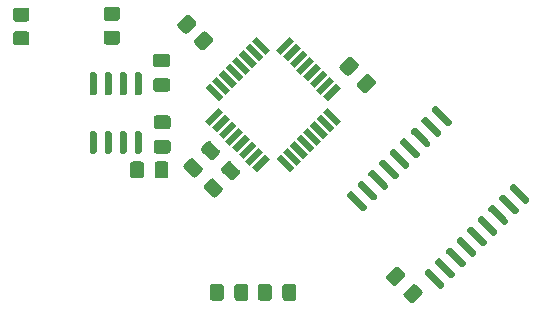
<source format=gbr>
%TF.GenerationSoftware,KiCad,Pcbnew,(5.1.8)-1*%
%TF.CreationDate,2021-01-17T19:24:47+01:00*%
%TF.ProjectId,Cirkel_Kalender,4369726b-656c-45f4-9b61-6c656e646572,rev?*%
%TF.SameCoordinates,Original*%
%TF.FileFunction,Paste,Top*%
%TF.FilePolarity,Positive*%
%FSLAX46Y46*%
G04 Gerber Fmt 4.6, Leading zero omitted, Abs format (unit mm)*
G04 Created by KiCad (PCBNEW (5.1.8)-1) date 2021-01-17 19:24:47*
%MOMM*%
%LPD*%
G01*
G04 APERTURE LIST*
%ADD10C,0.100000*%
G04 APERTURE END LIST*
%TO.C,C1*%
G36*
G01*
X34323000Y-166058000D02*
X35273000Y-166058000D01*
G75*
G02*
X35523000Y-166308000I0J-250000D01*
G01*
X35523000Y-166983000D01*
G75*
G02*
X35273000Y-167233000I-250000J0D01*
G01*
X34323000Y-167233000D01*
G75*
G02*
X34073000Y-166983000I0J250000D01*
G01*
X34073000Y-166308000D01*
G75*
G02*
X34323000Y-166058000I250000J0D01*
G01*
G37*
G36*
G01*
X34323000Y-163983000D02*
X35273000Y-163983000D01*
G75*
G02*
X35523000Y-164233000I0J-250000D01*
G01*
X35523000Y-164908000D01*
G75*
G02*
X35273000Y-165158000I-250000J0D01*
G01*
X34323000Y-165158000D01*
G75*
G02*
X34073000Y-164908000I0J250000D01*
G01*
X34073000Y-164233000D01*
G75*
G02*
X34323000Y-163983000I250000J0D01*
G01*
G37*
%TD*%
%TO.C,C2*%
G36*
G01*
X35222200Y-159925600D02*
X34272200Y-159925600D01*
G75*
G02*
X34022200Y-159675600I0J250000D01*
G01*
X34022200Y-159000600D01*
G75*
G02*
X34272200Y-158750600I250000J0D01*
G01*
X35222200Y-158750600D01*
G75*
G02*
X35472200Y-159000600I0J-250000D01*
G01*
X35472200Y-159675600D01*
G75*
G02*
X35222200Y-159925600I-250000J0D01*
G01*
G37*
G36*
G01*
X35222200Y-162000600D02*
X34272200Y-162000600D01*
G75*
G02*
X34022200Y-161750600I0J250000D01*
G01*
X34022200Y-161075600D01*
G75*
G02*
X34272200Y-160825600I250000J0D01*
G01*
X35222200Y-160825600D01*
G75*
G02*
X35472200Y-161075600I0J-250000D01*
G01*
X35472200Y-161750600D01*
G75*
G02*
X35222200Y-162000600I-250000J0D01*
G01*
G37*
%TD*%
%TO.C,C3*%
G36*
G01*
X33250000Y-168125000D02*
X33250000Y-169075000D01*
G75*
G02*
X33000000Y-169325000I-250000J0D01*
G01*
X32325000Y-169325000D01*
G75*
G02*
X32075000Y-169075000I0J250000D01*
G01*
X32075000Y-168125000D01*
G75*
G02*
X32325000Y-167875000I250000J0D01*
G01*
X33000000Y-167875000D01*
G75*
G02*
X33250000Y-168125000I0J-250000D01*
G01*
G37*
G36*
G01*
X35325000Y-168125000D02*
X35325000Y-169075000D01*
G75*
G02*
X35075000Y-169325000I-250000J0D01*
G01*
X34400000Y-169325000D01*
G75*
G02*
X34150000Y-169075000I0J250000D01*
G01*
X34150000Y-168125000D01*
G75*
G02*
X34400000Y-167875000I250000J0D01*
G01*
X35075000Y-167875000D01*
G75*
G02*
X35325000Y-168125000I0J-250000D01*
G01*
G37*
%TD*%
%TO.C,C7*%
G36*
G01*
X55282322Y-179004073D02*
X55954073Y-178332322D01*
G75*
G02*
X56307627Y-178332322I176777J-176777D01*
G01*
X56784924Y-178809619D01*
G75*
G02*
X56784924Y-179163173I-176777J-176777D01*
G01*
X56113173Y-179834924D01*
G75*
G02*
X55759619Y-179834924I-176777J176777D01*
G01*
X55282322Y-179357627D01*
G75*
G02*
X55282322Y-179004073I176777J176777D01*
G01*
G37*
G36*
G01*
X53815076Y-177536827D02*
X54486827Y-176865076D01*
G75*
G02*
X54840381Y-176865076I176777J-176777D01*
G01*
X55317678Y-177342373D01*
G75*
G02*
X55317678Y-177695927I-176777J-176777D01*
G01*
X54645927Y-178367678D01*
G75*
G02*
X54292373Y-178367678I-176777J176777D01*
G01*
X53815076Y-177890381D01*
G75*
G02*
X53815076Y-177536827I176777J176777D01*
G01*
G37*
%TD*%
%TO.C,R1*%
G36*
G01*
X22409999Y-156864000D02*
X23310001Y-156864000D01*
G75*
G02*
X23560000Y-157113999I0J-249999D01*
G01*
X23560000Y-157814001D01*
G75*
G02*
X23310001Y-158064000I-249999J0D01*
G01*
X22409999Y-158064000D01*
G75*
G02*
X22160000Y-157814001I0J249999D01*
G01*
X22160000Y-157113999D01*
G75*
G02*
X22409999Y-156864000I249999J0D01*
G01*
G37*
G36*
G01*
X22409999Y-154864000D02*
X23310001Y-154864000D01*
G75*
G02*
X23560000Y-155113999I0J-249999D01*
G01*
X23560000Y-155814001D01*
G75*
G02*
X23310001Y-156064000I-249999J0D01*
G01*
X22409999Y-156064000D01*
G75*
G02*
X22160000Y-155814001I0J249999D01*
G01*
X22160000Y-155113999D01*
G75*
G02*
X22409999Y-154864000I249999J0D01*
G01*
G37*
%TD*%
%TO.C,R2*%
G36*
G01*
X30080799Y-156797200D02*
X30980801Y-156797200D01*
G75*
G02*
X31230800Y-157047199I0J-249999D01*
G01*
X31230800Y-157747201D01*
G75*
G02*
X30980801Y-157997200I-249999J0D01*
G01*
X30080799Y-157997200D01*
G75*
G02*
X29830800Y-157747201I0J249999D01*
G01*
X29830800Y-157047199D01*
G75*
G02*
X30080799Y-156797200I249999J0D01*
G01*
G37*
G36*
G01*
X30080799Y-154797200D02*
X30980801Y-154797200D01*
G75*
G02*
X31230800Y-155047199I0J-249999D01*
G01*
X31230800Y-155747201D01*
G75*
G02*
X30980801Y-155997200I-249999J0D01*
G01*
X30080799Y-155997200D01*
G75*
G02*
X29830800Y-155747201I0J249999D01*
G01*
X29830800Y-155047199D01*
G75*
G02*
X30080799Y-154797200I249999J0D01*
G01*
G37*
%TD*%
%TO.C,R3*%
G36*
G01*
X37556644Y-157573042D02*
X38193042Y-156936644D01*
G75*
G02*
X38546594Y-156936644I176776J-176776D01*
G01*
X39041570Y-157431620D01*
G75*
G02*
X39041570Y-157785172I-176776J-176776D01*
G01*
X38405172Y-158421570D01*
G75*
G02*
X38051620Y-158421570I-176776J176776D01*
G01*
X37556644Y-157926594D01*
G75*
G02*
X37556644Y-157573042I176776J176776D01*
G01*
G37*
G36*
G01*
X36142430Y-156158828D02*
X36778828Y-155522430D01*
G75*
G02*
X37132380Y-155522430I176776J-176776D01*
G01*
X37627356Y-156017406D01*
G75*
G02*
X37627356Y-156370958I-176776J-176776D01*
G01*
X36990958Y-157007356D01*
G75*
G02*
X36637406Y-157007356I-176776J176776D01*
G01*
X36142430Y-156512380D01*
G75*
G02*
X36142430Y-156158828I176776J176776D01*
G01*
G37*
%TD*%
%TO.C,C4*%
G36*
G01*
X51367678Y-159895927D02*
X50695927Y-160567678D01*
G75*
G02*
X50342373Y-160567678I-176777J176777D01*
G01*
X49865076Y-160090381D01*
G75*
G02*
X49865076Y-159736827I176777J176777D01*
G01*
X50536827Y-159065076D01*
G75*
G02*
X50890381Y-159065076I176777J-176777D01*
G01*
X51367678Y-159542373D01*
G75*
G02*
X51367678Y-159895927I-176777J-176777D01*
G01*
G37*
G36*
G01*
X52834924Y-161363173D02*
X52163173Y-162034924D01*
G75*
G02*
X51809619Y-162034924I-176777J176777D01*
G01*
X51332322Y-161557627D01*
G75*
G02*
X51332322Y-161204073I176777J176777D01*
G01*
X52004073Y-160532322D01*
G75*
G02*
X52357627Y-160532322I176777J-176777D01*
G01*
X52834924Y-161009619D01*
G75*
G02*
X52834924Y-161363173I-176777J-176777D01*
G01*
G37*
%TD*%
%TO.C,C5*%
G36*
G01*
X38831000Y-179451000D02*
X38831000Y-178501000D01*
G75*
G02*
X39081000Y-178251000I250000J0D01*
G01*
X39756000Y-178251000D01*
G75*
G02*
X40006000Y-178501000I0J-250000D01*
G01*
X40006000Y-179451000D01*
G75*
G02*
X39756000Y-179701000I-250000J0D01*
G01*
X39081000Y-179701000D01*
G75*
G02*
X38831000Y-179451000I0J250000D01*
G01*
G37*
G36*
G01*
X40906000Y-179451000D02*
X40906000Y-178501000D01*
G75*
G02*
X41156000Y-178251000I250000J0D01*
G01*
X41831000Y-178251000D01*
G75*
G02*
X42081000Y-178501000I0J-250000D01*
G01*
X42081000Y-179451000D01*
G75*
G02*
X41831000Y-179701000I-250000J0D01*
G01*
X41156000Y-179701000D01*
G75*
G02*
X40906000Y-179451000I0J250000D01*
G01*
G37*
%TD*%
%TO.C,C6*%
G36*
G01*
X44970000Y-179451000D02*
X44970000Y-178501000D01*
G75*
G02*
X45220000Y-178251000I250000J0D01*
G01*
X45895000Y-178251000D01*
G75*
G02*
X46145000Y-178501000I0J-250000D01*
G01*
X46145000Y-179451000D01*
G75*
G02*
X45895000Y-179701000I-250000J0D01*
G01*
X45220000Y-179701000D01*
G75*
G02*
X44970000Y-179451000I0J250000D01*
G01*
G37*
G36*
G01*
X42895000Y-179451000D02*
X42895000Y-178501000D01*
G75*
G02*
X43145000Y-178251000I250000J0D01*
G01*
X43820000Y-178251000D01*
G75*
G02*
X44070000Y-178501000I0J-250000D01*
G01*
X44070000Y-179451000D01*
G75*
G02*
X43820000Y-179701000I-250000J0D01*
G01*
X43145000Y-179701000D01*
G75*
G02*
X42895000Y-179451000I0J250000D01*
G01*
G37*
%TD*%
%TO.C,U3*%
G36*
G01*
X32605000Y-160350000D02*
X32905000Y-160350000D01*
G75*
G02*
X33055000Y-160500000I0J-150000D01*
G01*
X33055000Y-162150000D01*
G75*
G02*
X32905000Y-162300000I-150000J0D01*
G01*
X32605000Y-162300000D01*
G75*
G02*
X32455000Y-162150000I0J150000D01*
G01*
X32455000Y-160500000D01*
G75*
G02*
X32605000Y-160350000I150000J0D01*
G01*
G37*
G36*
G01*
X31335000Y-160350000D02*
X31635000Y-160350000D01*
G75*
G02*
X31785000Y-160500000I0J-150000D01*
G01*
X31785000Y-162150000D01*
G75*
G02*
X31635000Y-162300000I-150000J0D01*
G01*
X31335000Y-162300000D01*
G75*
G02*
X31185000Y-162150000I0J150000D01*
G01*
X31185000Y-160500000D01*
G75*
G02*
X31335000Y-160350000I150000J0D01*
G01*
G37*
G36*
G01*
X30065000Y-160350000D02*
X30365000Y-160350000D01*
G75*
G02*
X30515000Y-160500000I0J-150000D01*
G01*
X30515000Y-162150000D01*
G75*
G02*
X30365000Y-162300000I-150000J0D01*
G01*
X30065000Y-162300000D01*
G75*
G02*
X29915000Y-162150000I0J150000D01*
G01*
X29915000Y-160500000D01*
G75*
G02*
X30065000Y-160350000I150000J0D01*
G01*
G37*
G36*
G01*
X28795000Y-160350000D02*
X29095000Y-160350000D01*
G75*
G02*
X29245000Y-160500000I0J-150000D01*
G01*
X29245000Y-162150000D01*
G75*
G02*
X29095000Y-162300000I-150000J0D01*
G01*
X28795000Y-162300000D01*
G75*
G02*
X28645000Y-162150000I0J150000D01*
G01*
X28645000Y-160500000D01*
G75*
G02*
X28795000Y-160350000I150000J0D01*
G01*
G37*
G36*
G01*
X28795000Y-165300000D02*
X29095000Y-165300000D01*
G75*
G02*
X29245000Y-165450000I0J-150000D01*
G01*
X29245000Y-167100000D01*
G75*
G02*
X29095000Y-167250000I-150000J0D01*
G01*
X28795000Y-167250000D01*
G75*
G02*
X28645000Y-167100000I0J150000D01*
G01*
X28645000Y-165450000D01*
G75*
G02*
X28795000Y-165300000I150000J0D01*
G01*
G37*
G36*
G01*
X30065000Y-165300000D02*
X30365000Y-165300000D01*
G75*
G02*
X30515000Y-165450000I0J-150000D01*
G01*
X30515000Y-167100000D01*
G75*
G02*
X30365000Y-167250000I-150000J0D01*
G01*
X30065000Y-167250000D01*
G75*
G02*
X29915000Y-167100000I0J150000D01*
G01*
X29915000Y-165450000D01*
G75*
G02*
X30065000Y-165300000I150000J0D01*
G01*
G37*
G36*
G01*
X31335000Y-165300000D02*
X31635000Y-165300000D01*
G75*
G02*
X31785000Y-165450000I0J-150000D01*
G01*
X31785000Y-167100000D01*
G75*
G02*
X31635000Y-167250000I-150000J0D01*
G01*
X31335000Y-167250000D01*
G75*
G02*
X31185000Y-167100000I0J150000D01*
G01*
X31185000Y-165450000D01*
G75*
G02*
X31335000Y-165300000I150000J0D01*
G01*
G37*
G36*
G01*
X32605000Y-165300000D02*
X32905000Y-165300000D01*
G75*
G02*
X33055000Y-165450000I0J-150000D01*
G01*
X33055000Y-167100000D01*
G75*
G02*
X32905000Y-167250000I-150000J0D01*
G01*
X32605000Y-167250000D01*
G75*
G02*
X32455000Y-167100000I0J150000D01*
G01*
X32455000Y-165450000D01*
G75*
G02*
X32605000Y-165300000I150000J0D01*
G01*
G37*
%TD*%
D10*
%TO.C,U4*%
G36*
X38839666Y-164853445D02*
G01*
X38450757Y-164464536D01*
X39582128Y-163333165D01*
X39971037Y-163722074D01*
X38839666Y-164853445D01*
G37*
G36*
X39405352Y-165419130D02*
G01*
X39016443Y-165030221D01*
X40147814Y-163898850D01*
X40536723Y-164287759D01*
X39405352Y-165419130D01*
G37*
G36*
X39971037Y-165984816D02*
G01*
X39582128Y-165595907D01*
X40713499Y-164464536D01*
X41102408Y-164853445D01*
X39971037Y-165984816D01*
G37*
G36*
X40536722Y-166550501D02*
G01*
X40147813Y-166161592D01*
X41279184Y-165030221D01*
X41668093Y-165419130D01*
X40536722Y-166550501D01*
G37*
G36*
X41102408Y-167116187D02*
G01*
X40713499Y-166727278D01*
X41844870Y-165595907D01*
X42233779Y-165984816D01*
X41102408Y-167116187D01*
G37*
G36*
X41668093Y-167681872D02*
G01*
X41279184Y-167292963D01*
X42410555Y-166161592D01*
X42799464Y-166550501D01*
X41668093Y-167681872D01*
G37*
G36*
X42233779Y-168247557D02*
G01*
X41844870Y-167858648D01*
X42976241Y-166727277D01*
X43365150Y-167116186D01*
X42233779Y-168247557D01*
G37*
G36*
X42799464Y-168813243D02*
G01*
X42410555Y-168424334D01*
X43541926Y-167292963D01*
X43930835Y-167681872D01*
X42799464Y-168813243D01*
G37*
G36*
X45981445Y-168424334D02*
G01*
X45592536Y-168813243D01*
X44461165Y-167681872D01*
X44850074Y-167292963D01*
X45981445Y-168424334D01*
G37*
G36*
X46547130Y-167858648D02*
G01*
X46158221Y-168247557D01*
X45026850Y-167116186D01*
X45415759Y-166727277D01*
X46547130Y-167858648D01*
G37*
G36*
X47112816Y-167292963D02*
G01*
X46723907Y-167681872D01*
X45592536Y-166550501D01*
X45981445Y-166161592D01*
X47112816Y-167292963D01*
G37*
G36*
X47678501Y-166727278D02*
G01*
X47289592Y-167116187D01*
X46158221Y-165984816D01*
X46547130Y-165595907D01*
X47678501Y-166727278D01*
G37*
G36*
X48244187Y-166161592D02*
G01*
X47855278Y-166550501D01*
X46723907Y-165419130D01*
X47112816Y-165030221D01*
X48244187Y-166161592D01*
G37*
G36*
X48809872Y-165595907D02*
G01*
X48420963Y-165984816D01*
X47289592Y-164853445D01*
X47678501Y-164464536D01*
X48809872Y-165595907D01*
G37*
G36*
X49375557Y-165030221D02*
G01*
X48986648Y-165419130D01*
X47855277Y-164287759D01*
X48244186Y-163898850D01*
X49375557Y-165030221D01*
G37*
G36*
X49941243Y-164464536D02*
G01*
X49552334Y-164853445D01*
X48420963Y-163722074D01*
X48809872Y-163333165D01*
X49941243Y-164464536D01*
G37*
G36*
X48809872Y-162802835D02*
G01*
X48420963Y-162413926D01*
X49552334Y-161282555D01*
X49941243Y-161671464D01*
X48809872Y-162802835D01*
G37*
G36*
X48244186Y-162237150D02*
G01*
X47855277Y-161848241D01*
X48986648Y-160716870D01*
X49375557Y-161105779D01*
X48244186Y-162237150D01*
G37*
G36*
X47678501Y-161671464D02*
G01*
X47289592Y-161282555D01*
X48420963Y-160151184D01*
X48809872Y-160540093D01*
X47678501Y-161671464D01*
G37*
G36*
X47112816Y-161105779D02*
G01*
X46723907Y-160716870D01*
X47855278Y-159585499D01*
X48244187Y-159974408D01*
X47112816Y-161105779D01*
G37*
G36*
X46547130Y-160540093D02*
G01*
X46158221Y-160151184D01*
X47289592Y-159019813D01*
X47678501Y-159408722D01*
X46547130Y-160540093D01*
G37*
G36*
X45981445Y-159974408D02*
G01*
X45592536Y-159585499D01*
X46723907Y-158454128D01*
X47112816Y-158843037D01*
X45981445Y-159974408D01*
G37*
G36*
X45415759Y-159408723D02*
G01*
X45026850Y-159019814D01*
X46158221Y-157888443D01*
X46547130Y-158277352D01*
X45415759Y-159408723D01*
G37*
G36*
X44850074Y-158843037D02*
G01*
X44461165Y-158454128D01*
X45592536Y-157322757D01*
X45981445Y-157711666D01*
X44850074Y-158843037D01*
G37*
G36*
X43930835Y-158454128D02*
G01*
X43541926Y-158843037D01*
X42410555Y-157711666D01*
X42799464Y-157322757D01*
X43930835Y-158454128D01*
G37*
G36*
X43365150Y-159019814D02*
G01*
X42976241Y-159408723D01*
X41844870Y-158277352D01*
X42233779Y-157888443D01*
X43365150Y-159019814D01*
G37*
G36*
X42799464Y-159585499D02*
G01*
X42410555Y-159974408D01*
X41279184Y-158843037D01*
X41668093Y-158454128D01*
X42799464Y-159585499D01*
G37*
G36*
X42233779Y-160151184D02*
G01*
X41844870Y-160540093D01*
X40713499Y-159408722D01*
X41102408Y-159019813D01*
X42233779Y-160151184D01*
G37*
G36*
X41668093Y-160716870D02*
G01*
X41279184Y-161105779D01*
X40147813Y-159974408D01*
X40536722Y-159585499D01*
X41668093Y-160716870D01*
G37*
G36*
X41102408Y-161282555D02*
G01*
X40713499Y-161671464D01*
X39582128Y-160540093D01*
X39971037Y-160151184D01*
X41102408Y-161282555D01*
G37*
G36*
X40536723Y-161848241D02*
G01*
X40147814Y-162237150D01*
X39016443Y-161105779D01*
X39405352Y-160716870D01*
X40536723Y-161848241D01*
G37*
G36*
X39971037Y-162413926D02*
G01*
X39582128Y-162802835D01*
X38450757Y-161671464D01*
X38839666Y-161282555D01*
X39971037Y-162413926D01*
G37*
%TD*%
%TO.C,U5*%
G36*
G01*
X57639206Y-163443133D02*
X57851338Y-163231001D01*
G75*
G02*
X58063470Y-163231001I106066J-106066D01*
G01*
X59300906Y-164468437D01*
G75*
G02*
X59300906Y-164680569I-106066J-106066D01*
G01*
X59088774Y-164892701D01*
G75*
G02*
X58876642Y-164892701I-106066J106066D01*
G01*
X57639206Y-163655265D01*
G75*
G02*
X57639206Y-163443133I106066J106066D01*
G01*
G37*
G36*
G01*
X56741180Y-164341159D02*
X56953312Y-164129027D01*
G75*
G02*
X57165444Y-164129027I106066J-106066D01*
G01*
X58402880Y-165366463D01*
G75*
G02*
X58402880Y-165578595I-106066J-106066D01*
G01*
X58190748Y-165790727D01*
G75*
G02*
X57978616Y-165790727I-106066J106066D01*
G01*
X56741180Y-164553291D01*
G75*
G02*
X56741180Y-164341159I106066J106066D01*
G01*
G37*
G36*
G01*
X55843155Y-165239184D02*
X56055287Y-165027052D01*
G75*
G02*
X56267419Y-165027052I106066J-106066D01*
G01*
X57504855Y-166264488D01*
G75*
G02*
X57504855Y-166476620I-106066J-106066D01*
G01*
X57292723Y-166688752D01*
G75*
G02*
X57080591Y-166688752I-106066J106066D01*
G01*
X55843155Y-165451316D01*
G75*
G02*
X55843155Y-165239184I106066J106066D01*
G01*
G37*
G36*
G01*
X54945129Y-166137210D02*
X55157261Y-165925078D01*
G75*
G02*
X55369393Y-165925078I106066J-106066D01*
G01*
X56606829Y-167162514D01*
G75*
G02*
X56606829Y-167374646I-106066J-106066D01*
G01*
X56394697Y-167586778D01*
G75*
G02*
X56182565Y-167586778I-106066J106066D01*
G01*
X54945129Y-166349342D01*
G75*
G02*
X54945129Y-166137210I106066J106066D01*
G01*
G37*
G36*
G01*
X54047103Y-167035235D02*
X54259235Y-166823103D01*
G75*
G02*
X54471367Y-166823103I106066J-106066D01*
G01*
X55708803Y-168060539D01*
G75*
G02*
X55708803Y-168272671I-106066J-106066D01*
G01*
X55496671Y-168484803D01*
G75*
G02*
X55284539Y-168484803I-106066J106066D01*
G01*
X54047103Y-167247367D01*
G75*
G02*
X54047103Y-167035235I106066J106066D01*
G01*
G37*
G36*
G01*
X53149078Y-167933261D02*
X53361210Y-167721129D01*
G75*
G02*
X53573342Y-167721129I106066J-106066D01*
G01*
X54810778Y-168958565D01*
G75*
G02*
X54810778Y-169170697I-106066J-106066D01*
G01*
X54598646Y-169382829D01*
G75*
G02*
X54386514Y-169382829I-106066J106066D01*
G01*
X53149078Y-168145393D01*
G75*
G02*
X53149078Y-167933261I106066J106066D01*
G01*
G37*
G36*
G01*
X52251052Y-168831287D02*
X52463184Y-168619155D01*
G75*
G02*
X52675316Y-168619155I106066J-106066D01*
G01*
X53912752Y-169856591D01*
G75*
G02*
X53912752Y-170068723I-106066J-106066D01*
G01*
X53700620Y-170280855D01*
G75*
G02*
X53488488Y-170280855I-106066J106066D01*
G01*
X52251052Y-169043419D01*
G75*
G02*
X52251052Y-168831287I106066J106066D01*
G01*
G37*
G36*
G01*
X51353027Y-169729312D02*
X51565159Y-169517180D01*
G75*
G02*
X51777291Y-169517180I106066J-106066D01*
G01*
X53014727Y-170754616D01*
G75*
G02*
X53014727Y-170966748I-106066J-106066D01*
G01*
X52802595Y-171178880D01*
G75*
G02*
X52590463Y-171178880I-106066J106066D01*
G01*
X51353027Y-169941444D01*
G75*
G02*
X51353027Y-169729312I106066J106066D01*
G01*
G37*
G36*
G01*
X50455001Y-170627338D02*
X50667133Y-170415206D01*
G75*
G02*
X50879265Y-170415206I106066J-106066D01*
G01*
X52116701Y-171652642D01*
G75*
G02*
X52116701Y-171864774I-106066J-106066D01*
G01*
X51904569Y-172076906D01*
G75*
G02*
X51692437Y-172076906I-106066J106066D01*
G01*
X50455001Y-170839470D01*
G75*
G02*
X50455001Y-170627338I106066J106066D01*
G01*
G37*
G36*
G01*
X57031094Y-177203431D02*
X57243226Y-176991299D01*
G75*
G02*
X57455358Y-176991299I106066J-106066D01*
G01*
X58692794Y-178228735D01*
G75*
G02*
X58692794Y-178440867I-106066J-106066D01*
G01*
X58480662Y-178652999D01*
G75*
G02*
X58268530Y-178652999I-106066J106066D01*
G01*
X57031094Y-177415563D01*
G75*
G02*
X57031094Y-177203431I106066J106066D01*
G01*
G37*
G36*
G01*
X57929120Y-176305405D02*
X58141252Y-176093273D01*
G75*
G02*
X58353384Y-176093273I106066J-106066D01*
G01*
X59590820Y-177330709D01*
G75*
G02*
X59590820Y-177542841I-106066J-106066D01*
G01*
X59378688Y-177754973D01*
G75*
G02*
X59166556Y-177754973I-106066J106066D01*
G01*
X57929120Y-176517537D01*
G75*
G02*
X57929120Y-176305405I106066J106066D01*
G01*
G37*
G36*
G01*
X58827145Y-175407380D02*
X59039277Y-175195248D01*
G75*
G02*
X59251409Y-175195248I106066J-106066D01*
G01*
X60488845Y-176432684D01*
G75*
G02*
X60488845Y-176644816I-106066J-106066D01*
G01*
X60276713Y-176856948D01*
G75*
G02*
X60064581Y-176856948I-106066J106066D01*
G01*
X58827145Y-175619512D01*
G75*
G02*
X58827145Y-175407380I106066J106066D01*
G01*
G37*
G36*
G01*
X59725171Y-174509354D02*
X59937303Y-174297222D01*
G75*
G02*
X60149435Y-174297222I106066J-106066D01*
G01*
X61386871Y-175534658D01*
G75*
G02*
X61386871Y-175746790I-106066J-106066D01*
G01*
X61174739Y-175958922D01*
G75*
G02*
X60962607Y-175958922I-106066J106066D01*
G01*
X59725171Y-174721486D01*
G75*
G02*
X59725171Y-174509354I106066J106066D01*
G01*
G37*
G36*
G01*
X60623197Y-173611329D02*
X60835329Y-173399197D01*
G75*
G02*
X61047461Y-173399197I106066J-106066D01*
G01*
X62284897Y-174636633D01*
G75*
G02*
X62284897Y-174848765I-106066J-106066D01*
G01*
X62072765Y-175060897D01*
G75*
G02*
X61860633Y-175060897I-106066J106066D01*
G01*
X60623197Y-173823461D01*
G75*
G02*
X60623197Y-173611329I106066J106066D01*
G01*
G37*
G36*
G01*
X61521222Y-172713303D02*
X61733354Y-172501171D01*
G75*
G02*
X61945486Y-172501171I106066J-106066D01*
G01*
X63182922Y-173738607D01*
G75*
G02*
X63182922Y-173950739I-106066J-106066D01*
G01*
X62970790Y-174162871D01*
G75*
G02*
X62758658Y-174162871I-106066J106066D01*
G01*
X61521222Y-172925435D01*
G75*
G02*
X61521222Y-172713303I106066J106066D01*
G01*
G37*
G36*
G01*
X62419248Y-171815277D02*
X62631380Y-171603145D01*
G75*
G02*
X62843512Y-171603145I106066J-106066D01*
G01*
X64080948Y-172840581D01*
G75*
G02*
X64080948Y-173052713I-106066J-106066D01*
G01*
X63868816Y-173264845D01*
G75*
G02*
X63656684Y-173264845I-106066J106066D01*
G01*
X62419248Y-172027409D01*
G75*
G02*
X62419248Y-171815277I106066J106066D01*
G01*
G37*
G36*
G01*
X63317273Y-170917252D02*
X63529405Y-170705120D01*
G75*
G02*
X63741537Y-170705120I106066J-106066D01*
G01*
X64978973Y-171942556D01*
G75*
G02*
X64978973Y-172154688I-106066J-106066D01*
G01*
X64766841Y-172366820D01*
G75*
G02*
X64554709Y-172366820I-106066J106066D01*
G01*
X63317273Y-171129384D01*
G75*
G02*
X63317273Y-170917252I106066J106066D01*
G01*
G37*
G36*
G01*
X64215299Y-170019226D02*
X64427431Y-169807094D01*
G75*
G02*
X64639563Y-169807094I106066J-106066D01*
G01*
X65876999Y-171044530D01*
G75*
G02*
X65876999Y-171256662I-106066J-106066D01*
G01*
X65664867Y-171468794D01*
G75*
G02*
X65452735Y-171468794I-106066J106066D01*
G01*
X64215299Y-170231358D01*
G75*
G02*
X64215299Y-170019226I106066J106066D01*
G01*
G37*
%TD*%
%TO.C,C8*%
G36*
G01*
X37495927Y-167682322D02*
X38167678Y-168354073D01*
G75*
G02*
X38167678Y-168707627I-176777J-176777D01*
G01*
X37690381Y-169184924D01*
G75*
G02*
X37336827Y-169184924I-176777J176777D01*
G01*
X36665076Y-168513173D01*
G75*
G02*
X36665076Y-168159619I176777J176777D01*
G01*
X37142373Y-167682322D01*
G75*
G02*
X37495927Y-167682322I176777J-176777D01*
G01*
G37*
G36*
G01*
X38963173Y-166215076D02*
X39634924Y-166886827D01*
G75*
G02*
X39634924Y-167240381I-176777J-176777D01*
G01*
X39157627Y-167717678D01*
G75*
G02*
X38804073Y-167717678I-176777J176777D01*
G01*
X38132322Y-167045927D01*
G75*
G02*
X38132322Y-166692373I176777J176777D01*
G01*
X38609619Y-166215076D01*
G75*
G02*
X38963173Y-166215076I176777J-176777D01*
G01*
G37*
%TD*%
%TO.C,C9*%
G36*
G01*
X40663173Y-167915076D02*
X41334924Y-168586827D01*
G75*
G02*
X41334924Y-168940381I-176777J-176777D01*
G01*
X40857627Y-169417678D01*
G75*
G02*
X40504073Y-169417678I-176777J176777D01*
G01*
X39832322Y-168745927D01*
G75*
G02*
X39832322Y-168392373I176777J176777D01*
G01*
X40309619Y-167915076D01*
G75*
G02*
X40663173Y-167915076I176777J-176777D01*
G01*
G37*
G36*
G01*
X39195927Y-169382322D02*
X39867678Y-170054073D01*
G75*
G02*
X39867678Y-170407627I-176777J-176777D01*
G01*
X39390381Y-170884924D01*
G75*
G02*
X39036827Y-170884924I-176777J176777D01*
G01*
X38365076Y-170213173D01*
G75*
G02*
X38365076Y-169859619I176777J176777D01*
G01*
X38842373Y-169382322D01*
G75*
G02*
X39195927Y-169382322I176777J-176777D01*
G01*
G37*
%TD*%
M02*

</source>
